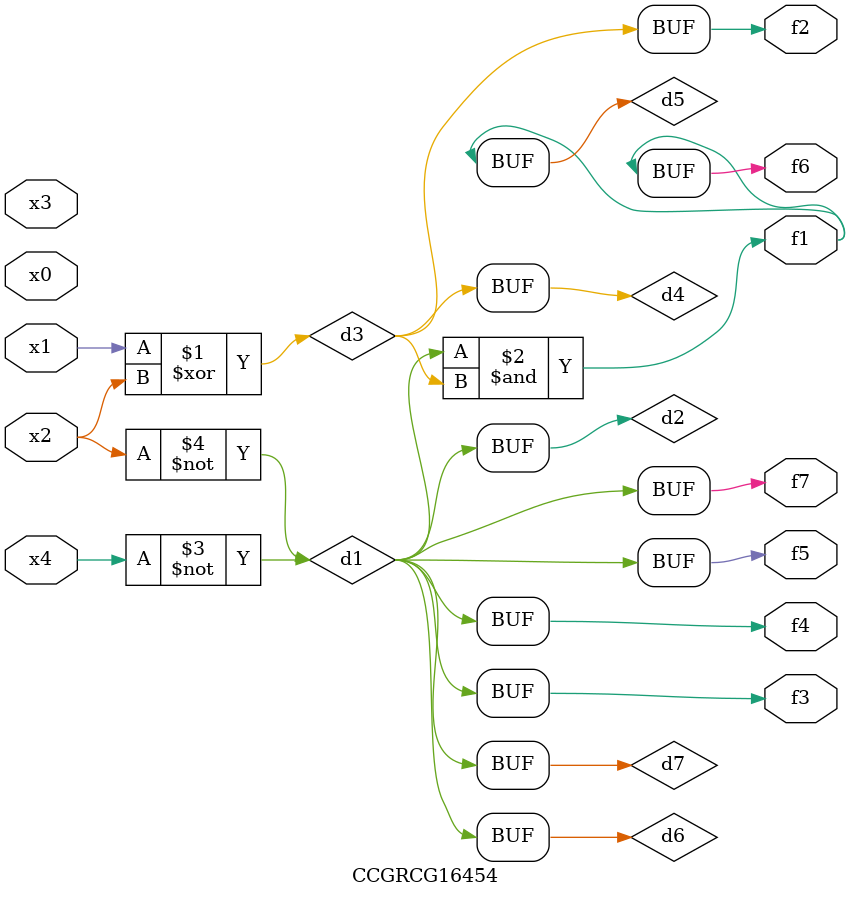
<source format=v>
module CCGRCG16454(
	input x0, x1, x2, x3, x4,
	output f1, f2, f3, f4, f5, f6, f7
);

	wire d1, d2, d3, d4, d5, d6, d7;

	not (d1, x4);
	not (d2, x2);
	xor (d3, x1, x2);
	buf (d4, d3);
	and (d5, d1, d3);
	buf (d6, d1, d2);
	buf (d7, d2);
	assign f1 = d5;
	assign f2 = d4;
	assign f3 = d7;
	assign f4 = d7;
	assign f5 = d7;
	assign f6 = d5;
	assign f7 = d7;
endmodule

</source>
